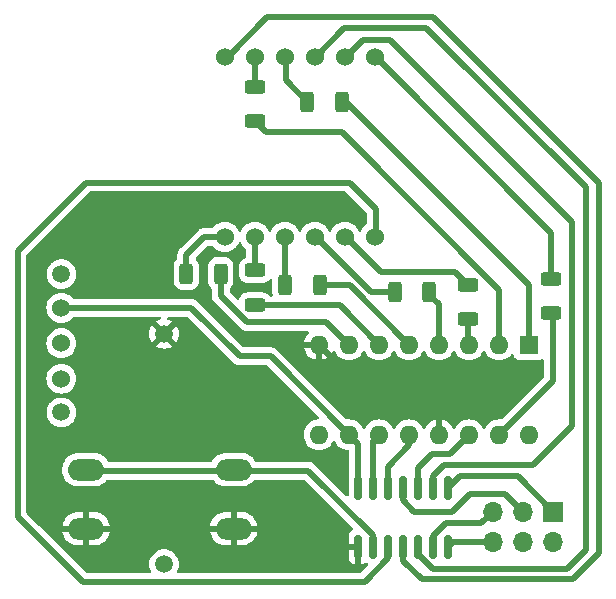
<source format=gbr>
G04 #@! TF.GenerationSoftware,KiCad,Pcbnew,7.0.9*
G04 #@! TF.CreationDate,2023-12-16T19:08:37+01:00*
G04 #@! TF.ProjectId,reactionGameBoard,72656163-7469-46f6-9e47-616d65426f61,rev?*
G04 #@! TF.SameCoordinates,PX243d580PY50343a0*
G04 #@! TF.FileFunction,Copper,L2,Bot*
G04 #@! TF.FilePolarity,Positive*
%FSLAX46Y46*%
G04 Gerber Fmt 4.6, Leading zero omitted, Abs format (unit mm)*
G04 Created by KiCad (PCBNEW 7.0.9) date 2023-12-16 19:08:37*
%MOMM*%
%LPD*%
G01*
G04 APERTURE LIST*
G04 Aperture macros list*
%AMRoundRect*
0 Rectangle with rounded corners*
0 $1 Rounding radius*
0 $2 $3 $4 $5 $6 $7 $8 $9 X,Y pos of 4 corners*
0 Add a 4 corners polygon primitive as box body*
4,1,4,$2,$3,$4,$5,$6,$7,$8,$9,$2,$3,0*
0 Add four circle primitives for the rounded corners*
1,1,$1+$1,$2,$3*
1,1,$1+$1,$4,$5*
1,1,$1+$1,$6,$7*
1,1,$1+$1,$8,$9*
0 Add four rect primitives between the rounded corners*
20,1,$1+$1,$2,$3,$4,$5,0*
20,1,$1+$1,$4,$5,$6,$7,0*
20,1,$1+$1,$6,$7,$8,$9,0*
20,1,$1+$1,$8,$9,$2,$3,0*%
G04 Aperture macros list end*
G04 #@! TA.AperFunction,ComponentPad*
%ADD10R,1.600000X1.600000*%
G04 #@! TD*
G04 #@! TA.AperFunction,ComponentPad*
%ADD11O,1.600000X1.600000*%
G04 #@! TD*
G04 #@! TA.AperFunction,ComponentPad*
%ADD12O,3.048000X1.850000*%
G04 #@! TD*
G04 #@! TA.AperFunction,ComponentPad*
%ADD13R,1.700000X1.700000*%
G04 #@! TD*
G04 #@! TA.AperFunction,ComponentPad*
%ADD14O,1.700000X1.700000*%
G04 #@! TD*
G04 #@! TA.AperFunction,ComponentPad*
%ADD15C,1.500000*%
G04 #@! TD*
G04 #@! TA.AperFunction,ComponentPad*
%ADD16C,1.524000*%
G04 #@! TD*
G04 #@! TA.AperFunction,SMDPad,CuDef*
%ADD17RoundRect,0.250000X0.312500X0.625000X-0.312500X0.625000X-0.312500X-0.625000X0.312500X-0.625000X0*%
G04 #@! TD*
G04 #@! TA.AperFunction,SMDPad,CuDef*
%ADD18RoundRect,0.250000X0.625000X-0.312500X0.625000X0.312500X-0.625000X0.312500X-0.625000X-0.312500X0*%
G04 #@! TD*
G04 #@! TA.AperFunction,SMDPad,CuDef*
%ADD19RoundRect,0.150000X-0.150000X0.825000X-0.150000X-0.825000X0.150000X-0.825000X0.150000X0.825000X0*%
G04 #@! TD*
G04 #@! TA.AperFunction,Conductor*
%ADD20C,0.500000*%
G04 #@! TD*
G04 #@! TA.AperFunction,Conductor*
%ADD21C,0.250000*%
G04 #@! TD*
G04 APERTURE END LIST*
D10*
G04 #@! TO.P,U2,1,QB*
G04 #@! TO.N,Net-(U2-QB)*
X45000000Y20972214D03*
D11*
G04 #@! TO.P,U2,2,QC*
G04 #@! TO.N,Net-(U2-QC)*
X42460000Y20972214D03*
G04 #@! TO.P,U2,3,QD*
G04 #@! TO.N,Net-(U2-QD)*
X39920000Y20972214D03*
G04 #@! TO.P,U2,4,QE*
G04 #@! TO.N,Net-(U2-QE)*
X37380000Y20972214D03*
G04 #@! TO.P,U2,5,QF*
G04 #@! TO.N,Net-(U2-QF)*
X34840000Y20972214D03*
G04 #@! TO.P,U2,6,QG*
G04 #@! TO.N,Net-(U2-QG)*
X32300000Y20972214D03*
G04 #@! TO.P,U2,7,QH*
G04 #@! TO.N,Net-(U2-QH)*
X29760000Y20972214D03*
G04 #@! TO.P,U2,8,GND*
G04 #@! TO.N,GND*
X27220000Y20972214D03*
G04 #@! TO.P,U2,9,QH'*
G04 #@! TO.N,unconnected-(U2-QH'-Pad9)*
X27220000Y13352214D03*
G04 #@! TO.P,U2,10,~{SRCLR}*
G04 #@! TO.N,+3V0*
X29760000Y13352214D03*
G04 #@! TO.P,U2,11,SRCLK*
G04 #@! TO.N,clock*
X32300000Y13352214D03*
G04 #@! TO.P,U2,12,RCLK*
G04 #@! TO.N,latch*
X34840000Y13352214D03*
G04 #@! TO.P,U2,13,~{OE}*
G04 #@! TO.N,GND*
X37380000Y13352214D03*
G04 #@! TO.P,U2,14,SER*
G04 #@! TO.N,data*
X39920000Y13352214D03*
G04 #@! TO.P,U2,15,QA*
G04 #@! TO.N,Net-(U2-QA)*
X42460000Y13352214D03*
G04 #@! TO.P,U2,16,VCC*
G04 #@! TO.N,+3V0*
X45000000Y13352214D03*
G04 #@! TD*
D12*
G04 #@! TO.P,SW1,1,1*
G04 #@! TO.N,PA0*
X7500000Y10400000D03*
X20000000Y10400000D03*
G04 #@! TO.P,SW1,2,2*
G04 #@! TO.N,GND*
X7500000Y5400000D03*
X20000000Y5400000D03*
G04 #@! TD*
D13*
G04 #@! TO.P,J3,1,Pin_1*
G04 #@! TO.N,MOSI*
X47040000Y6850000D03*
D14*
G04 #@! TO.P,J3,2,Pin_2*
G04 #@! TO.N,+3V0*
X47040000Y4310000D03*
G04 #@! TO.P,J3,3,Pin_3*
G04 #@! TO.N,reset*
X44500000Y6850000D03*
G04 #@! TO.P,J3,4,Pin_4*
G04 #@! TO.N,GND*
X44500000Y4310000D03*
G04 #@! TO.P,J3,5,Pin_5*
G04 #@! TO.N,SCK*
X41960000Y6850000D03*
G04 #@! TO.P,J3,6,Pin_6*
G04 #@! TO.N,MISO*
X41960000Y4310000D03*
G04 #@! TD*
D15*
G04 #@! TO.P,SW2,*
G04 #@! TO.N,*
X5400000Y15250000D03*
X5400000Y26950000D03*
D16*
G04 #@! TO.P,SW2,1,A*
G04 #@! TO.N,+3V0*
X5400000Y24100000D03*
G04 #@! TO.P,SW2,2,B*
G04 #@! TO.N,Net-(SW2A-B)*
X5400000Y21100000D03*
G04 #@! TO.P,SW2,3,C*
G04 #@! TO.N,unconnected-(SW2A-C-Pad3)*
X5400000Y18100000D03*
G04 #@! TD*
G04 #@! TO.P,DS1,1,E*
G04 #@! TO.N,E*
X19250000Y30100000D03*
G04 #@! TO.P,DS1,2,D*
G04 #@! TO.N,D*
X21790000Y30100000D03*
G04 #@! TO.P,DS1,3,Dp*
G04 #@! TO.N,Dp*
X24330000Y30100000D03*
G04 #@! TO.P,DS1,4,C*
G04 #@! TO.N,C*
X26870000Y30100000D03*
G04 #@! TO.P,DS1,5,G*
G04 #@! TO.N,G*
X29410000Y30100000D03*
G04 #@! TO.P,DS1,6,4*
G04 #@! TO.N,DP4*
X31950000Y30100000D03*
G04 #@! TO.P,DS1,7,B*
G04 #@! TO.N,B*
X31950000Y45340000D03*
G04 #@! TO.P,DS1,8,3*
G04 #@! TO.N,DP3*
X29410000Y45340000D03*
G04 #@! TO.P,DS1,9,2*
G04 #@! TO.N,DP2*
X26870000Y45340000D03*
G04 #@! TO.P,DS1,10,F*
G04 #@! TO.N,F*
X24330000Y45340000D03*
G04 #@! TO.P,DS1,11,A*
G04 #@! TO.N,A*
X21790000Y45340000D03*
G04 #@! TO.P,DS1,12,1*
G04 #@! TO.N,DP1*
X19250000Y45340000D03*
G04 #@! TD*
D17*
G04 #@! TO.P,R2,1*
G04 #@! TO.N,Net-(U2-QB)*
X29162500Y41500000D03*
G04 #@! TO.P,R2,2*
G04 #@! TO.N,F*
X26237500Y41500000D03*
G04 #@! TD*
D18*
G04 #@! TO.P,R4,1*
G04 #@! TO.N,Net-(U2-QD)*
X39800000Y23137500D03*
G04 #@! TO.P,R4,2*
G04 #@! TO.N,G*
X39800000Y26062500D03*
G04 #@! TD*
D19*
G04 #@! TO.P,U1,1,VCC*
G04 #@! TO.N,+3V0*
X30513774Y8800000D03*
G04 #@! TO.P,U1,2,XTAL1/PB0*
G04 #@! TO.N,clock*
X31783774Y8800000D03*
G04 #@! TO.P,U1,3,XTAL2/PB1*
G04 #@! TO.N,latch*
X33053774Y8800000D03*
G04 #@! TO.P,U1,4,~{RESET}/PB3*
G04 #@! TO.N,reset*
X34323774Y8800000D03*
G04 #@! TO.P,U1,5,PB2*
G04 #@! TO.N,data*
X35593774Y8800000D03*
G04 #@! TO.P,U1,6,PA7*
G04 #@! TO.N,DP3*
X36863774Y8800000D03*
G04 #@! TO.P,U1,7,PA6*
G04 #@! TO.N,MOSI*
X38133774Y8800000D03*
G04 #@! TO.P,U1,8,PA5*
G04 #@! TO.N,MISO*
X38133774Y3850000D03*
G04 #@! TO.P,U1,9,PA4*
G04 #@! TO.N,SCK*
X36863774Y3850000D03*
G04 #@! TO.P,U1,10,PA3*
G04 #@! TO.N,DP2*
X35593774Y3850000D03*
G04 #@! TO.P,U1,11,PA2*
G04 #@! TO.N,DP1*
X34323774Y3850000D03*
G04 #@! TO.P,U1,12,PA1*
G04 #@! TO.N,DP4*
X33053774Y3850000D03*
G04 #@! TO.P,U1,13,AREF/PA0*
G04 #@! TO.N,PA0*
X31783774Y3850000D03*
G04 #@! TO.P,U1,14,GND*
G04 #@! TO.N,GND*
X30513774Y3850000D03*
G04 #@! TD*
D17*
G04 #@! TO.P,R5,1*
G04 #@! TO.N,Net-(U2-QE)*
X36562500Y25400000D03*
G04 #@! TO.P,R5,2*
G04 #@! TO.N,C*
X33637500Y25400000D03*
G04 #@! TD*
D18*
G04 #@! TO.P,R7,1*
G04 #@! TO.N,Net-(U2-QG)*
X21800000Y24337500D03*
G04 #@! TO.P,R7,2*
G04 #@! TO.N,D*
X21800000Y27262500D03*
G04 #@! TD*
G04 #@! TO.P,R1,1*
G04 #@! TO.N,Net-(U2-QA)*
X46900000Y23637500D03*
G04 #@! TO.P,R1,2*
G04 #@! TO.N,B*
X46900000Y26562500D03*
G04 #@! TD*
G04 #@! TO.P,R3,1*
G04 #@! TO.N,Net-(U2-QC)*
X21813774Y39875000D03*
G04 #@! TO.P,R3,2*
G04 #@! TO.N,A*
X21813774Y42800000D03*
G04 #@! TD*
D17*
G04 #@! TO.P,R6,1*
G04 #@! TO.N,Net-(U2-QF)*
X27262500Y26000000D03*
G04 #@! TO.P,R6,2*
G04 #@! TO.N,Dp*
X24337500Y26000000D03*
G04 #@! TD*
G04 #@! TO.P,R8,1*
G04 #@! TO.N,Net-(U2-QH)*
X18900000Y27000000D03*
G04 #@! TO.P,R8,2*
G04 #@! TO.N,E*
X15975000Y27000000D03*
G04 #@! TD*
D15*
G04 #@! TO.P,B1,1*
G04 #@! TO.N,GND*
X14100000Y21900000D03*
G04 #@! TO.P,B1,2*
G04 #@! TO.N,Net-(SW2A-B)*
X14100000Y2400000D03*
G04 #@! TD*
D20*
G04 #@! TO.N,DP2*
X26923774Y45352214D02*
X29371560Y47800000D01*
X49800000Y3600000D02*
X48200000Y2000000D01*
X29371560Y47800000D02*
X36300000Y47800000D01*
X36300000Y47800000D02*
X49800000Y34300000D01*
X35593774Y3292316D02*
X35593774Y3850000D01*
X49800000Y34300000D02*
X49800000Y3600000D01*
X48200000Y2000000D02*
X36886090Y2000000D01*
X36886090Y2000000D02*
X35593774Y3292316D01*
G04 #@! TO.N,DP3*
X29463774Y45352214D02*
X30911560Y46800000D01*
X33200000Y46800000D02*
X48600000Y31400000D01*
X30911560Y46800000D02*
X33200000Y46800000D01*
X37800000Y10800000D02*
X36863774Y9863774D01*
X48600000Y31400000D02*
X48600000Y14100000D01*
X48600000Y14100000D02*
X45300000Y10800000D01*
X45300000Y10800000D02*
X37800000Y10800000D01*
X36863774Y9863774D02*
X36863774Y8800000D01*
G04 #@! TO.N,E*
X15975000Y28575000D02*
X17500000Y30100000D01*
X15975000Y27000000D02*
X15975000Y28575000D01*
X17500000Y30100000D02*
X19303774Y30100000D01*
G04 #@! TO.N,D*
X21800000Y27262500D02*
X21800000Y30056226D01*
X21800000Y30056226D02*
X21843774Y30100000D01*
X21813774Y30142214D02*
X21843774Y30112214D01*
G04 #@! TO.N,Dp*
X24337500Y30053726D02*
X24383774Y30100000D01*
X24337500Y26000000D02*
X24337500Y30053726D01*
G04 #@! TO.N,C*
X26900000Y30135988D02*
X26923774Y30112214D01*
X33637500Y25200000D02*
X33637500Y25400000D01*
X31623774Y25400000D02*
X26923774Y30100000D01*
X33637500Y25400000D02*
X31623774Y25400000D01*
G04 #@! TO.N,G*
X39800000Y26062500D02*
X38762500Y27100000D01*
X32463774Y27100000D02*
X29463774Y30100000D01*
X38762500Y27100000D02*
X32463774Y27100000D01*
G04 #@! TO.N,DP4*
X1700000Y6400000D02*
X1700000Y28900000D01*
X1700000Y28900000D02*
X7500000Y34700000D01*
X7500000Y34700000D02*
X29800000Y34700000D01*
X29800000Y34700000D02*
X32003774Y32496226D01*
X32003774Y32496226D02*
X32003774Y30100000D01*
X31078773Y900000D02*
X7200000Y900000D01*
X33053774Y3850000D02*
X33053774Y2875001D01*
X33053774Y2875001D02*
X31078773Y900000D01*
X7200000Y900000D02*
X1700000Y6400000D01*
G04 #@! TO.N,B*
X31813774Y45162214D02*
X32003774Y45352214D01*
D21*
X32000000Y45336226D02*
X32003774Y45340000D01*
D20*
X46900000Y30436226D02*
X32000000Y45336226D01*
X46900000Y26562500D02*
X46900000Y30436226D01*
G04 #@! TO.N,F*
X24313774Y45282214D02*
X24383774Y45352214D01*
X24383774Y45340000D02*
X24383774Y43353726D01*
X24383774Y43353726D02*
X26237500Y41500000D01*
G04 #@! TO.N,A*
X21813774Y42757214D02*
X21813774Y45322214D01*
X21813774Y45322214D02*
X21843774Y45352214D01*
G04 #@! TO.N,DP1*
X50900000Y3300000D02*
X50900000Y34700000D01*
X34323774Y3850000D02*
X34323774Y2676226D01*
X35900000Y1100000D02*
X48700000Y1100000D01*
X34323774Y2676226D02*
X35900000Y1100000D01*
X36900000Y48700000D02*
X22837786Y48700000D01*
X22837786Y48700000D02*
X19490000Y45352214D01*
X50900000Y34700000D02*
X36900000Y48700000D01*
X48700000Y1100000D02*
X50900000Y3300000D01*
G04 #@! TO.N,MOSI*
X39183774Y9850000D02*
X38133774Y8800000D01*
X44040000Y9850000D02*
X39183774Y9850000D01*
X47040000Y6850000D02*
X44040000Y9850000D01*
G04 #@! TO.N,GND*
X31592214Y16600000D02*
X27220000Y20972214D01*
X37380000Y13352214D02*
X37380000Y14720000D01*
X37380000Y14720000D02*
X35500000Y16600000D01*
X35500000Y16600000D02*
X31592214Y16600000D01*
G04 #@! TO.N,+3V0*
X20500000Y20000000D02*
X23112214Y20000000D01*
X5400000Y24100000D02*
X16400000Y24100000D01*
X30513774Y8800000D02*
X30513774Y12598440D01*
X30573774Y8860000D02*
X30513774Y8800000D01*
X16400000Y24100000D02*
X20500000Y20000000D01*
X23112214Y20000000D02*
X29760000Y13352214D01*
X30513774Y12598440D02*
X29760000Y13352214D01*
G04 #@! TO.N,MISO*
X41960000Y4310000D02*
X38593774Y4310000D01*
X38593774Y4310000D02*
X38133774Y3850000D01*
G04 #@! TO.N,SCK*
X40960000Y5850000D02*
X41960000Y6850000D01*
X36863774Y3850000D02*
X36863774Y4769387D01*
X36863774Y4769387D02*
X37944387Y5850000D01*
X37944387Y5850000D02*
X40960000Y5850000D01*
G04 #@! TO.N,reset*
X34323774Y7825001D02*
X34323774Y8800000D01*
X44500000Y6850000D02*
X43000000Y8350000D01*
X43000000Y8350000D02*
X40000000Y8350000D01*
X38500000Y6850000D02*
X35298775Y6850000D01*
X40000000Y8350000D02*
X38500000Y6850000D01*
X35298775Y6850000D02*
X34323774Y7825001D01*
G04 #@! TO.N,Net-(U2-QA)*
X47000000Y17892214D02*
X47000000Y23537500D01*
X47000000Y23537500D02*
X46900000Y23637500D01*
X42460000Y13352214D02*
X47000000Y17892214D01*
G04 #@! TO.N,Net-(U2-QB)*
X45000000Y26000000D02*
X45000000Y20972214D01*
X29162500Y41500000D02*
X29500000Y41500000D01*
X29500000Y41500000D02*
X45000000Y26000000D01*
G04 #@! TO.N,Net-(U2-QC)*
X21813774Y39875000D02*
X22713774Y38975000D01*
X22713774Y38975000D02*
X29125000Y38975000D01*
X42460000Y25640000D02*
X42460000Y20972214D01*
X29125000Y38975000D02*
X42460000Y25640000D01*
G04 #@! TO.N,Net-(U2-QD)*
X39800000Y21092214D02*
X39920000Y20972214D01*
X39800000Y23137500D02*
X39800000Y21092214D01*
G04 #@! TO.N,Net-(U2-QE)*
X37380000Y20972214D02*
X37380000Y24382500D01*
X37380000Y24382500D02*
X36562500Y25200000D01*
G04 #@! TO.N,Net-(U2-QF)*
X34840000Y20972214D02*
X29812214Y26000000D01*
X29812214Y26000000D02*
X27262500Y26000000D01*
G04 #@! TO.N,Net-(U2-QG)*
X21800000Y24337500D02*
X21837500Y24300000D01*
X28972214Y24300000D02*
X32300000Y20972214D01*
X21837500Y24300000D02*
X28972214Y24300000D01*
G04 #@! TO.N,Net-(U2-QH)*
X21100000Y22900000D02*
X18900000Y25100000D01*
X29760000Y20972214D02*
X27832214Y22900000D01*
X18900000Y25100000D02*
X18900000Y27000000D01*
X27832214Y22900000D02*
X21100000Y22900000D01*
G04 #@! TO.N,PA0*
X26308773Y10300000D02*
X31783774Y4824999D01*
X31783774Y4824999D02*
X31783774Y3850000D01*
X7600000Y10300000D02*
X26308773Y10300000D01*
X7500000Y10400000D02*
X7600000Y10300000D01*
G04 #@! TO.N,data*
X36800000Y11700000D02*
X38267786Y11700000D01*
X35593774Y8800000D02*
X35593774Y10493774D01*
X38267786Y11700000D02*
X39920000Y13352214D01*
X35593774Y10493774D02*
X36800000Y11700000D01*
G04 #@! TO.N,clock*
X31800000Y8816226D02*
X31800000Y12852214D01*
X31800000Y12852214D02*
X32300000Y13352214D01*
X31783774Y8800000D02*
X31800000Y8816226D01*
G04 #@! TO.N,latch*
X33053774Y8800000D02*
X33053774Y10653774D01*
X34840000Y12440000D02*
X34840000Y13352214D01*
X33053774Y10653774D02*
X34840000Y12440000D01*
G04 #@! TD*
G04 #@! TA.AperFunction,Conductor*
G04 #@! TO.N,GND*
G36*
X29504809Y33929815D02*
G01*
X29525451Y33913181D01*
X31216955Y32221677D01*
X31250440Y32160354D01*
X31253274Y32133996D01*
X31253274Y31217927D01*
X31233589Y31150888D01*
X31200398Y31116352D01*
X31135375Y31070823D01*
X30979175Y30914623D01*
X30852466Y30733662D01*
X30852465Y30733660D01*
X30792382Y30604811D01*
X30746209Y30552372D01*
X30679016Y30533220D01*
X30612135Y30553436D01*
X30567618Y30604811D01*
X30531321Y30682650D01*
X30507534Y30733661D01*
X30425558Y30850736D01*
X30380827Y30914619D01*
X30320833Y30974613D01*
X30224620Y31070826D01*
X30224616Y31070829D01*
X30224615Y31070830D01*
X30043666Y31197532D01*
X30043662Y31197534D01*
X29999929Y31217927D01*
X29843450Y31290894D01*
X29843447Y31290895D01*
X29843445Y31290896D01*
X29630070Y31348070D01*
X29630062Y31348071D01*
X29410002Y31367323D01*
X29409998Y31367323D01*
X29189937Y31348071D01*
X29189929Y31348070D01*
X28976554Y31290896D01*
X28976548Y31290893D01*
X28776340Y31197535D01*
X28776338Y31197534D01*
X28595377Y31070825D01*
X28439175Y30914623D01*
X28312466Y30733662D01*
X28312465Y30733660D01*
X28252382Y30604811D01*
X28206209Y30552372D01*
X28139016Y30533220D01*
X28072135Y30553436D01*
X28027618Y30604811D01*
X27991321Y30682650D01*
X27967534Y30733661D01*
X27885558Y30850736D01*
X27840827Y30914619D01*
X27780833Y30974613D01*
X27684620Y31070826D01*
X27684616Y31070829D01*
X27684615Y31070830D01*
X27503666Y31197532D01*
X27503662Y31197534D01*
X27459929Y31217927D01*
X27303450Y31290894D01*
X27303447Y31290895D01*
X27303445Y31290896D01*
X27090070Y31348070D01*
X27090062Y31348071D01*
X26870002Y31367323D01*
X26869998Y31367323D01*
X26649937Y31348071D01*
X26649929Y31348070D01*
X26436554Y31290896D01*
X26436548Y31290893D01*
X26236340Y31197535D01*
X26236338Y31197534D01*
X26055377Y31070825D01*
X25899175Y30914623D01*
X25772466Y30733662D01*
X25772465Y30733660D01*
X25712382Y30604811D01*
X25666209Y30552372D01*
X25599016Y30533220D01*
X25532135Y30553436D01*
X25487618Y30604811D01*
X25451321Y30682650D01*
X25427534Y30733661D01*
X25345558Y30850736D01*
X25300827Y30914619D01*
X25240833Y30974613D01*
X25144620Y31070826D01*
X25144616Y31070829D01*
X25144615Y31070830D01*
X24963666Y31197532D01*
X24963662Y31197534D01*
X24919929Y31217927D01*
X24763450Y31290894D01*
X24763447Y31290895D01*
X24763445Y31290896D01*
X24550070Y31348070D01*
X24550062Y31348071D01*
X24330002Y31367323D01*
X24329998Y31367323D01*
X24109937Y31348071D01*
X24109929Y31348070D01*
X23896554Y31290896D01*
X23896548Y31290893D01*
X23696340Y31197535D01*
X23696338Y31197534D01*
X23515377Y31070825D01*
X23359175Y30914623D01*
X23232466Y30733662D01*
X23232465Y30733660D01*
X23172382Y30604811D01*
X23126209Y30552372D01*
X23059016Y30533220D01*
X22992135Y30553436D01*
X22947618Y30604811D01*
X22911321Y30682650D01*
X22887534Y30733661D01*
X22805558Y30850736D01*
X22760827Y30914619D01*
X22700833Y30974613D01*
X22604620Y31070826D01*
X22604616Y31070829D01*
X22604615Y31070830D01*
X22423666Y31197532D01*
X22423662Y31197534D01*
X22379929Y31217927D01*
X22223450Y31290894D01*
X22223447Y31290895D01*
X22223445Y31290896D01*
X22010070Y31348070D01*
X22010062Y31348071D01*
X21790002Y31367323D01*
X21789998Y31367323D01*
X21569937Y31348071D01*
X21569929Y31348070D01*
X21356554Y31290896D01*
X21356548Y31290893D01*
X21156340Y31197535D01*
X21156338Y31197534D01*
X20975377Y31070825D01*
X20819175Y30914623D01*
X20692466Y30733662D01*
X20692465Y30733660D01*
X20632382Y30604811D01*
X20586209Y30552372D01*
X20519016Y30533220D01*
X20452135Y30553436D01*
X20407618Y30604811D01*
X20371321Y30682650D01*
X20347534Y30733661D01*
X20265558Y30850736D01*
X20220827Y30914619D01*
X20160833Y30974613D01*
X20064620Y31070826D01*
X20064616Y31070829D01*
X20064615Y31070830D01*
X19883666Y31197532D01*
X19883662Y31197534D01*
X19839929Y31217927D01*
X19683450Y31290894D01*
X19683447Y31290895D01*
X19683445Y31290896D01*
X19470070Y31348070D01*
X19470062Y31348071D01*
X19250002Y31367323D01*
X19249998Y31367323D01*
X19029937Y31348071D01*
X19029929Y31348070D01*
X18816554Y31290896D01*
X18816548Y31290893D01*
X18616340Y31197535D01*
X18616338Y31197534D01*
X18435377Y31070825D01*
X18279173Y30914621D01*
X18271300Y30903376D01*
X18216723Y30859751D01*
X18169726Y30850500D01*
X17563705Y30850500D01*
X17545735Y30851809D01*
X17521972Y30855290D01*
X17476533Y30851314D01*
X17469931Y30850736D01*
X17464530Y30850500D01*
X17456289Y30850500D01*
X17434579Y30847963D01*
X17423724Y30846694D01*
X17408419Y30845355D01*
X17347199Y30839999D01*
X17340132Y30838540D01*
X17340120Y30838596D01*
X17332763Y30836965D01*
X17332777Y30836908D01*
X17325743Y30835241D01*
X17253575Y30808975D01*
X17180675Y30784819D01*
X17174126Y30781764D01*
X17174101Y30781817D01*
X17167308Y30778529D01*
X17167334Y30778477D01*
X17160880Y30775236D01*
X17096708Y30733029D01*
X17031347Y30692715D01*
X17025683Y30688235D01*
X17025647Y30688281D01*
X17019798Y30683516D01*
X17019835Y30683472D01*
X17014310Y30678836D01*
X16961598Y30622966D01*
X15489358Y29150728D01*
X15475729Y29138949D01*
X15456468Y29124610D01*
X15422898Y29084603D01*
X15419253Y29080624D01*
X15413409Y29074778D01*
X15393059Y29049041D01*
X15343695Y28990211D01*
X15339729Y28984181D01*
X15339682Y28984212D01*
X15335630Y28977853D01*
X15335679Y28977823D01*
X15331889Y28971679D01*
X15299424Y28902059D01*
X15264960Y28833434D01*
X15262488Y28826643D01*
X15262432Y28826664D01*
X15259960Y28819550D01*
X15260015Y28819531D01*
X15257742Y28812673D01*
X15249975Y28775054D01*
X15242207Y28737435D01*
X15231746Y28693294D01*
X15224498Y28662714D01*
X15223661Y28655546D01*
X15223601Y28655553D01*
X15222835Y28648055D01*
X15222895Y28648049D01*
X15222265Y28640860D01*
X15224500Y28564084D01*
X15224500Y28299730D01*
X15204815Y28232691D01*
X15188181Y28212049D01*
X15069789Y28093658D01*
X14977687Y27944337D01*
X14977685Y27944332D01*
X14961117Y27894332D01*
X14922501Y27777797D01*
X14922501Y27777796D01*
X14922500Y27777796D01*
X14912000Y27675017D01*
X14912000Y26324999D01*
X14912001Y26324982D01*
X14922500Y26222204D01*
X14922501Y26222201D01*
X14958790Y26112691D01*
X14977686Y26055666D01*
X15069788Y25906344D01*
X15193844Y25782288D01*
X15343166Y25690186D01*
X15509703Y25635001D01*
X15612491Y25624500D01*
X16337508Y25624501D01*
X16337516Y25624502D01*
X16337519Y25624502D01*
X16393802Y25630252D01*
X16440297Y25635001D01*
X16606834Y25690186D01*
X16756156Y25782288D01*
X16880212Y25906344D01*
X16972314Y26055666D01*
X17027499Y26222203D01*
X17038000Y26324991D01*
X17037999Y27675008D01*
X17035367Y27700769D01*
X17027499Y27777797D01*
X17027498Y27777800D01*
X17004776Y27846370D01*
X16972314Y27944334D01*
X16880212Y28093656D01*
X16805298Y28168570D01*
X16771813Y28229893D01*
X16776797Y28299585D01*
X16805296Y28343930D01*
X17774548Y29313181D01*
X17835871Y29346666D01*
X17862229Y29349500D01*
X18169726Y29349500D01*
X18236765Y29329815D01*
X18271300Y29296624D01*
X18279171Y29285383D01*
X18279173Y29285381D01*
X18279174Y29285380D01*
X18435380Y29129174D01*
X18435383Y29129172D01*
X18435384Y29129171D01*
X18616333Y29002469D01*
X18616335Y29002468D01*
X18616338Y29002466D01*
X18816550Y28909106D01*
X19029932Y28851930D01*
X19187123Y28838178D01*
X19249998Y28832677D01*
X19250000Y28832677D01*
X19250002Y28832677D01*
X19305017Y28837491D01*
X19470068Y28851930D01*
X19683450Y28909106D01*
X19883662Y29002466D01*
X20064620Y29129174D01*
X20220826Y29285380D01*
X20347534Y29466338D01*
X20407618Y29595189D01*
X20453790Y29647629D01*
X20520983Y29666781D01*
X20587865Y29646565D01*
X20632382Y29595189D01*
X20692464Y29466342D01*
X20692468Y29466334D01*
X20819170Y29285385D01*
X20819174Y29285380D01*
X20975380Y29129174D01*
X20996622Y29114300D01*
X21040247Y29059726D01*
X21049500Y29012725D01*
X21049500Y28413586D01*
X21029815Y28346547D01*
X20977011Y28300792D01*
X20964505Y28295880D01*
X20855666Y28259814D01*
X20855663Y28259813D01*
X20706342Y28167711D01*
X20582289Y28043658D01*
X20490187Y27894337D01*
X20490185Y27894332D01*
X20469793Y27832793D01*
X20435001Y27727797D01*
X20435001Y27727796D01*
X20435000Y27727796D01*
X20424500Y27625017D01*
X20424500Y26899999D01*
X20424501Y26899981D01*
X20435000Y26797204D01*
X20435001Y26797201D01*
X20490185Y26630669D01*
X20490187Y26630664D01*
X20508648Y26600734D01*
X20582288Y26481344D01*
X20706344Y26357288D01*
X20855666Y26265186D01*
X21022203Y26210001D01*
X21124991Y26199500D01*
X22475008Y26199501D01*
X22577797Y26210001D01*
X22744334Y26265186D01*
X22893656Y26357288D01*
X23017712Y26481344D01*
X23044962Y26525525D01*
X23096908Y26572248D01*
X23165870Y26583471D01*
X23229953Y26555628D01*
X23268809Y26497560D01*
X23274500Y26460427D01*
X23274500Y25324999D01*
X23274501Y25324982D01*
X23285000Y25222204D01*
X23285001Y25222203D01*
X23287884Y25213502D01*
X23290284Y25143674D01*
X23254552Y25083632D01*
X23192031Y25052441D01*
X23170177Y25050500D01*
X23128958Y25050500D01*
X23061919Y25070185D01*
X23023420Y25109402D01*
X23017712Y25118656D01*
X22893657Y25242711D01*
X22893656Y25242712D01*
X22794084Y25304128D01*
X22744336Y25334813D01*
X22744331Y25334815D01*
X22704327Y25348071D01*
X22577797Y25389999D01*
X22577795Y25390000D01*
X22475010Y25400500D01*
X21124998Y25400500D01*
X21124981Y25400499D01*
X21022203Y25390000D01*
X21022200Y25389999D01*
X20855668Y25334815D01*
X20855663Y25334813D01*
X20706342Y25242711D01*
X20582289Y25118658D01*
X20490187Y24969337D01*
X20490186Y24969334D01*
X20454323Y24861108D01*
X20414550Y24803663D01*
X20350033Y24776841D01*
X20281258Y24789156D01*
X20248936Y24812432D01*
X19686819Y25374549D01*
X19653334Y25435872D01*
X19650500Y25462230D01*
X19650500Y25700270D01*
X19670185Y25767309D01*
X19686819Y25787951D01*
X19743902Y25845034D01*
X19805212Y25906344D01*
X19897314Y26055666D01*
X19952499Y26222203D01*
X19963000Y26324991D01*
X19962999Y27675008D01*
X19960367Y27700769D01*
X19952499Y27777797D01*
X19952498Y27777800D01*
X19929776Y27846370D01*
X19897314Y27944334D01*
X19805212Y28093656D01*
X19681156Y28217712D01*
X19531834Y28309814D01*
X19365297Y28364999D01*
X19365295Y28365000D01*
X19262510Y28375500D01*
X18537498Y28375500D01*
X18537480Y28375499D01*
X18434703Y28365000D01*
X18434700Y28364999D01*
X18268168Y28309815D01*
X18268163Y28309813D01*
X18118842Y28217711D01*
X17994789Y28093658D01*
X17902687Y27944337D01*
X17902685Y27944332D01*
X17886117Y27894332D01*
X17847501Y27777797D01*
X17847501Y27777796D01*
X17847500Y27777796D01*
X17837000Y27675017D01*
X17837000Y26324999D01*
X17837001Y26324982D01*
X17847500Y26222204D01*
X17847501Y26222201D01*
X17883790Y26112691D01*
X17902686Y26055666D01*
X17977588Y25934229D01*
X17994789Y25906343D01*
X18113181Y25787951D01*
X18146666Y25726628D01*
X18149500Y25700270D01*
X18149500Y25163706D01*
X18148191Y25145737D01*
X18144710Y25121975D01*
X18149264Y25069936D01*
X18149500Y25064530D01*
X18149500Y25056291D01*
X18153306Y25023726D01*
X18160000Y24947209D01*
X18161461Y24940133D01*
X18161403Y24940122D01*
X18163034Y24932763D01*
X18163092Y24932776D01*
X18164757Y24925750D01*
X18191025Y24853576D01*
X18215185Y24780669D01*
X18218236Y24774126D01*
X18218182Y24774102D01*
X18221470Y24767312D01*
X18221521Y24767337D01*
X18224761Y24760887D01*
X18224762Y24760886D01*
X18224763Y24760883D01*
X18254817Y24715187D01*
X18266965Y24696717D01*
X18307287Y24631345D01*
X18311766Y24625681D01*
X18311719Y24625644D01*
X18316482Y24619798D01*
X18316528Y24619836D01*
X18321173Y24614300D01*
X18377017Y24561615D01*
X20524270Y22414362D01*
X20536051Y22400730D01*
X20550388Y22381472D01*
X20590409Y22347889D01*
X20594397Y22344234D01*
X20600216Y22338415D01*
X20600220Y22338412D01*
X20600223Y22338409D01*
X20625959Y22318060D01*
X20684786Y22268698D01*
X20684787Y22268698D01*
X20684789Y22268696D01*
X20690818Y22264730D01*
X20690785Y22264681D01*
X20697147Y22260628D01*
X20697179Y22260679D01*
X20703319Y22256892D01*
X20703323Y22256889D01*
X20736095Y22241607D01*
X20772941Y22224425D01*
X20826484Y22197535D01*
X20841567Y22189960D01*
X20841569Y22189960D01*
X20848357Y22187489D01*
X20848336Y22187433D01*
X20855457Y22184957D01*
X20855476Y22185014D01*
X20862322Y22182746D01*
X20862327Y22182743D01*
X20862332Y22182742D01*
X20862335Y22182741D01*
X20937565Y22167208D01*
X21012279Y22149500D01*
X21012282Y22149500D01*
X21012286Y22149499D01*
X21019453Y22148661D01*
X21019446Y22148602D01*
X21026944Y22147836D01*
X21026950Y22147895D01*
X21034139Y22147266D01*
X21034143Y22147267D01*
X21034144Y22147266D01*
X21110917Y22149500D01*
X26259446Y22149500D01*
X26326485Y22129815D01*
X26372240Y22077011D01*
X26382184Y22007853D01*
X26353159Y21944297D01*
X26347127Y21937819D01*
X26220342Y21811035D01*
X26089865Y21624697D01*
X25993734Y21418541D01*
X25993730Y21418532D01*
X25941127Y21222215D01*
X25941128Y21222214D01*
X26904314Y21222214D01*
X26892359Y21210259D01*
X26834835Y21097362D01*
X26815014Y20972214D01*
X26834835Y20847066D01*
X26892359Y20734169D01*
X26904314Y20722214D01*
X25941128Y20722214D01*
X25993730Y20525897D01*
X25993734Y20525888D01*
X26089865Y20319732D01*
X26220342Y20133394D01*
X26381179Y19972557D01*
X26567517Y19842080D01*
X26773673Y19745949D01*
X26773682Y19745945D01*
X26969999Y19693342D01*
X26970000Y19693343D01*
X26970000Y20656528D01*
X26981955Y20644573D01*
X27094852Y20587049D01*
X27188519Y20572214D01*
X27251481Y20572214D01*
X27345148Y20587049D01*
X27458045Y20644573D01*
X27470000Y20656528D01*
X27470000Y19693342D01*
X27666317Y19745945D01*
X27666326Y19745949D01*
X27872482Y19842080D01*
X28058820Y19972557D01*
X28219657Y20133394D01*
X28350132Y20319730D01*
X28377341Y20378080D01*
X28423513Y20430519D01*
X28490707Y20449672D01*
X28557588Y20429457D01*
X28602106Y20378081D01*
X28629431Y20319482D01*
X28629432Y20319480D01*
X28759954Y20133073D01*
X28920858Y19972169D01*
X28920861Y19972167D01*
X29107266Y19841646D01*
X29313504Y19745475D01*
X29533308Y19686579D01*
X29695230Y19672413D01*
X29759998Y19666746D01*
X29760000Y19666746D01*
X29760002Y19666746D01*
X29816807Y19671716D01*
X29986692Y19686579D01*
X30206496Y19745475D01*
X30412734Y19841646D01*
X30599139Y19972167D01*
X30760047Y20133075D01*
X30890568Y20319480D01*
X30917618Y20377490D01*
X30963790Y20429929D01*
X31030983Y20449081D01*
X31097865Y20428866D01*
X31142382Y20377489D01*
X31169429Y20319486D01*
X31169432Y20319480D01*
X31299954Y20133073D01*
X31460858Y19972169D01*
X31460861Y19972167D01*
X31647266Y19841646D01*
X31853504Y19745475D01*
X32073308Y19686579D01*
X32235230Y19672413D01*
X32299998Y19666746D01*
X32300000Y19666746D01*
X32300002Y19666746D01*
X32356807Y19671716D01*
X32526692Y19686579D01*
X32746496Y19745475D01*
X32952734Y19841646D01*
X33139139Y19972167D01*
X33300047Y20133075D01*
X33430568Y20319480D01*
X33457618Y20377490D01*
X33503790Y20429929D01*
X33570983Y20449081D01*
X33637865Y20428866D01*
X33682382Y20377489D01*
X33709429Y20319486D01*
X33709432Y20319480D01*
X33839954Y20133073D01*
X34000858Y19972169D01*
X34000861Y19972167D01*
X34187266Y19841646D01*
X34393504Y19745475D01*
X34613308Y19686579D01*
X34775230Y19672413D01*
X34839998Y19666746D01*
X34840000Y19666746D01*
X34840002Y19666746D01*
X34896807Y19671716D01*
X35066692Y19686579D01*
X35286496Y19745475D01*
X35492734Y19841646D01*
X35679139Y19972167D01*
X35840047Y20133075D01*
X35970568Y20319480D01*
X35997618Y20377490D01*
X36043790Y20429929D01*
X36110983Y20449081D01*
X36177865Y20428866D01*
X36222382Y20377489D01*
X36249429Y20319486D01*
X36249432Y20319480D01*
X36379954Y20133073D01*
X36540858Y19972169D01*
X36540861Y19972167D01*
X36727266Y19841646D01*
X36933504Y19745475D01*
X37153308Y19686579D01*
X37315230Y19672413D01*
X37379998Y19666746D01*
X37380000Y19666746D01*
X37380002Y19666746D01*
X37436807Y19671716D01*
X37606692Y19686579D01*
X37826496Y19745475D01*
X38032734Y19841646D01*
X38219139Y19972167D01*
X38380047Y20133075D01*
X38510568Y20319480D01*
X38537618Y20377490D01*
X38583790Y20429929D01*
X38650983Y20449081D01*
X38717865Y20428866D01*
X38762382Y20377489D01*
X38789429Y20319486D01*
X38789432Y20319480D01*
X38919954Y20133073D01*
X39080858Y19972169D01*
X39080861Y19972167D01*
X39267266Y19841646D01*
X39473504Y19745475D01*
X39693308Y19686579D01*
X39855230Y19672413D01*
X39919998Y19666746D01*
X39920000Y19666746D01*
X39920002Y19666746D01*
X39976807Y19671716D01*
X40146692Y19686579D01*
X40366496Y19745475D01*
X40572734Y19841646D01*
X40759139Y19972167D01*
X40920047Y20133075D01*
X41050568Y20319480D01*
X41077618Y20377490D01*
X41123790Y20429929D01*
X41190983Y20449081D01*
X41257865Y20428866D01*
X41302382Y20377489D01*
X41329429Y20319486D01*
X41329432Y20319480D01*
X41459954Y20133073D01*
X41620858Y19972169D01*
X41620861Y19972167D01*
X41807266Y19841646D01*
X42013504Y19745475D01*
X42233308Y19686579D01*
X42395230Y19672413D01*
X42459998Y19666746D01*
X42460000Y19666746D01*
X42460002Y19666746D01*
X42516807Y19671716D01*
X42686692Y19686579D01*
X42906496Y19745475D01*
X43112734Y19841646D01*
X43299139Y19972167D01*
X43460047Y20133075D01*
X43477272Y20157675D01*
X43531848Y20201301D01*
X43601346Y20208496D01*
X43663701Y20176975D01*
X43699116Y20116746D01*
X43702138Y20099808D01*
X43705908Y20064731D01*
X43756202Y19929886D01*
X43756206Y19929879D01*
X43842452Y19814670D01*
X43842455Y19814667D01*
X43957664Y19728421D01*
X43957671Y19728417D01*
X44092517Y19678123D01*
X44092516Y19678123D01*
X44099444Y19677379D01*
X44152127Y19671714D01*
X45847872Y19671715D01*
X45907483Y19678123D01*
X46042331Y19728418D01*
X46051186Y19735048D01*
X46116649Y19759467D01*
X46184923Y19744618D01*
X46234330Y19695214D01*
X46249500Y19635783D01*
X46249500Y18254445D01*
X46229815Y18187406D01*
X46213181Y18166764D01*
X42725348Y14678932D01*
X42664025Y14645447D01*
X42626861Y14643085D01*
X42460003Y14657682D01*
X42459998Y14657682D01*
X42233313Y14637850D01*
X42233302Y14637848D01*
X42013511Y14578956D01*
X42013502Y14578953D01*
X41807267Y14482783D01*
X41807265Y14482782D01*
X41620858Y14352260D01*
X41459954Y14191356D01*
X41329432Y14004949D01*
X41329431Y14004947D01*
X41302382Y13946939D01*
X41256209Y13894500D01*
X41189016Y13875348D01*
X41122135Y13895564D01*
X41077618Y13946939D01*
X41055336Y13994723D01*
X41050568Y14004948D01*
X40920047Y14191353D01*
X40920045Y14191356D01*
X40759141Y14352260D01*
X40572734Y14482782D01*
X40572732Y14482783D01*
X40366497Y14578953D01*
X40366488Y14578956D01*
X40146697Y14637848D01*
X40146693Y14637849D01*
X40146692Y14637849D01*
X40146691Y14637850D01*
X40146686Y14637850D01*
X39920002Y14657682D01*
X39919998Y14657682D01*
X39693313Y14637850D01*
X39693302Y14637848D01*
X39473511Y14578956D01*
X39473502Y14578953D01*
X39267267Y14482783D01*
X39267265Y14482782D01*
X39080858Y14352260D01*
X38919954Y14191356D01*
X38789433Y14004950D01*
X38789432Y14004948D01*
X38786782Y13999264D01*
X38762106Y13946347D01*
X38715933Y13893908D01*
X38648739Y13874757D01*
X38581858Y13894973D01*
X38537342Y13946349D01*
X38510135Y14004694D01*
X38510134Y14004696D01*
X38379657Y14191035D01*
X38218820Y14351872D01*
X38032482Y14482349D01*
X37826328Y14578480D01*
X37630000Y14631087D01*
X37630000Y13667900D01*
X37618045Y13679855D01*
X37505148Y13737379D01*
X37411481Y13752214D01*
X37348519Y13752214D01*
X37254852Y13737379D01*
X37141955Y13679855D01*
X37130000Y13667900D01*
X37130000Y14631087D01*
X36933671Y14578480D01*
X36727517Y14482349D01*
X36541179Y14351872D01*
X36380342Y14191035D01*
X36249867Y14004699D01*
X36222657Y13946347D01*
X36176484Y13893908D01*
X36109290Y13874757D01*
X36042409Y13894973D01*
X35997893Y13946349D01*
X35973218Y13999264D01*
X35970568Y14004948D01*
X35840047Y14191353D01*
X35840045Y14191356D01*
X35679141Y14352260D01*
X35492734Y14482782D01*
X35492732Y14482783D01*
X35286497Y14578953D01*
X35286488Y14578956D01*
X35066697Y14637848D01*
X35066693Y14637849D01*
X35066692Y14637849D01*
X35066691Y14637850D01*
X35066686Y14637850D01*
X34840002Y14657682D01*
X34839998Y14657682D01*
X34613313Y14637850D01*
X34613302Y14637848D01*
X34393511Y14578956D01*
X34393502Y14578953D01*
X34187267Y14482783D01*
X34187265Y14482782D01*
X34000858Y14352260D01*
X33839954Y14191356D01*
X33709432Y14004949D01*
X33709431Y14004947D01*
X33682382Y13946939D01*
X33636209Y13894500D01*
X33569016Y13875348D01*
X33502135Y13895564D01*
X33457618Y13946939D01*
X33435336Y13994723D01*
X33430568Y14004948D01*
X33300047Y14191353D01*
X33300045Y14191356D01*
X33139141Y14352260D01*
X32952734Y14482782D01*
X32952732Y14482783D01*
X32746497Y14578953D01*
X32746488Y14578956D01*
X32526697Y14637848D01*
X32526693Y14637849D01*
X32526692Y14637849D01*
X32526691Y14637850D01*
X32526686Y14637850D01*
X32300002Y14657682D01*
X32299998Y14657682D01*
X32073313Y14637850D01*
X32073302Y14637848D01*
X31853511Y14578956D01*
X31853502Y14578953D01*
X31647267Y14482783D01*
X31647265Y14482782D01*
X31460858Y14352260D01*
X31299954Y14191356D01*
X31169432Y14004949D01*
X31169431Y14004947D01*
X31142382Y13946939D01*
X31096209Y13894500D01*
X31029016Y13875348D01*
X30962135Y13895564D01*
X30917618Y13946939D01*
X30895336Y13994723D01*
X30890568Y14004948D01*
X30760047Y14191353D01*
X30760045Y14191356D01*
X30599141Y14352260D01*
X30412734Y14482782D01*
X30412732Y14482783D01*
X30206497Y14578953D01*
X30206488Y14578956D01*
X29986697Y14637848D01*
X29986693Y14637849D01*
X29986692Y14637849D01*
X29986691Y14637850D01*
X29986686Y14637850D01*
X29760002Y14657682D01*
X29759997Y14657682D01*
X29593137Y14643085D01*
X29524637Y14656852D01*
X29494650Y14678932D01*
X23687943Y20485639D01*
X23676163Y20499270D01*
X23668696Y20509299D01*
X23661826Y20518528D01*
X23661824Y20518530D01*
X23621801Y20552114D01*
X23617826Y20555756D01*
X23614904Y20558678D01*
X23611994Y20561589D01*
X23586254Y20581941D01*
X23527423Y20631306D01*
X23521394Y20635271D01*
X23521426Y20635320D01*
X23515067Y20639372D01*
X23515036Y20639321D01*
X23508894Y20643109D01*
X23508892Y20643110D01*
X23508891Y20643111D01*
X23463478Y20664288D01*
X23439272Y20675576D01*
X23405108Y20692733D01*
X23370647Y20710040D01*
X23370645Y20710041D01*
X23370644Y20710041D01*
X23363859Y20712511D01*
X23363879Y20712567D01*
X23356763Y20715041D01*
X23356745Y20714985D01*
X23349885Y20717258D01*
X23322055Y20723004D01*
X23274648Y20732793D01*
X23225686Y20744397D01*
X23199933Y20750501D01*
X23192761Y20751339D01*
X23192767Y20751399D01*
X23185269Y20752165D01*
X23185264Y20752105D01*
X23178074Y20752735D01*
X23101297Y20750500D01*
X20862229Y20750500D01*
X20795190Y20770185D01*
X20774548Y20786819D01*
X18889166Y22672201D01*
X16975729Y24585639D01*
X16963949Y24599270D01*
X16952756Y24614304D01*
X16949612Y24618528D01*
X16949610Y24618530D01*
X16909587Y24652114D01*
X16905612Y24655756D01*
X16902690Y24658678D01*
X16899780Y24661589D01*
X16874040Y24681941D01*
X16851922Y24700500D01*
X16815214Y24731302D01*
X16815213Y24731303D01*
X16815209Y24731306D01*
X16809180Y24735271D01*
X16809212Y24735320D01*
X16802853Y24739372D01*
X16802822Y24739321D01*
X16796680Y24743109D01*
X16796678Y24743110D01*
X16796677Y24743111D01*
X16744779Y24767312D01*
X16727058Y24775576D01*
X16672855Y24802797D01*
X16658433Y24810040D01*
X16658431Y24810041D01*
X16658430Y24810041D01*
X16651645Y24812511D01*
X16651665Y24812567D01*
X16644549Y24815041D01*
X16644531Y24814985D01*
X16637671Y24817258D01*
X16609841Y24823004D01*
X16562434Y24832793D01*
X16513472Y24844397D01*
X16487719Y24850501D01*
X16480547Y24851339D01*
X16480553Y24851399D01*
X16473055Y24852165D01*
X16473050Y24852105D01*
X16465860Y24852735D01*
X16389083Y24850500D01*
X6480274Y24850500D01*
X6413235Y24870185D01*
X6378700Y24903376D01*
X6370828Y24914618D01*
X6309870Y24975576D01*
X6214620Y25070826D01*
X6214616Y25070829D01*
X6214615Y25070830D01*
X6033666Y25197532D01*
X6033662Y25197534D01*
X5980759Y25222203D01*
X5833450Y25290894D01*
X5833447Y25290895D01*
X5833445Y25290896D01*
X5620070Y25348070D01*
X5620062Y25348071D01*
X5400002Y25367323D01*
X5399998Y25367323D01*
X5179937Y25348071D01*
X5179929Y25348070D01*
X4966554Y25290896D01*
X4966548Y25290893D01*
X4766340Y25197535D01*
X4766338Y25197534D01*
X4585377Y25070825D01*
X4429175Y24914623D01*
X4302466Y24733662D01*
X4302465Y24733660D01*
X4209107Y24533452D01*
X4209104Y24533446D01*
X4151930Y24320071D01*
X4151929Y24320063D01*
X4132677Y24100003D01*
X4132677Y24099998D01*
X4151929Y23879938D01*
X4151930Y23879930D01*
X4209104Y23666555D01*
X4209105Y23666553D01*
X4209106Y23666550D01*
X4286768Y23500002D01*
X4302466Y23466338D01*
X4302468Y23466334D01*
X4429170Y23285385D01*
X4429175Y23285379D01*
X4585378Y23129176D01*
X4585384Y23129171D01*
X4766333Y23002469D01*
X4766335Y23002468D01*
X4766338Y23002466D01*
X4966550Y22909106D01*
X5179932Y22851930D01*
X5337123Y22838178D01*
X5399998Y22832677D01*
X5400000Y22832677D01*
X5400002Y22832677D01*
X5455017Y22837491D01*
X5620068Y22851930D01*
X5833450Y22909106D01*
X6033662Y23002466D01*
X6214620Y23129174D01*
X6370826Y23285380D01*
X6371603Y23286491D01*
X6378700Y23296624D01*
X6433277Y23340249D01*
X6480274Y23349500D01*
X13738104Y23349500D01*
X13805143Y23329815D01*
X13850898Y23277011D01*
X13860842Y23207853D01*
X13831817Y23144297D01*
X13773039Y23106523D01*
X13770197Y23105725D01*
X13670849Y23079106D01*
X13670840Y23079102D01*
X13472614Y22986668D01*
X13472612Y22986667D01*
X13410428Y22943125D01*
X13410427Y22943125D01*
X14100000Y22253553D01*
X14100001Y22253553D01*
X14789572Y22943125D01*
X14789571Y22943127D01*
X14727391Y22986665D01*
X14529159Y23079102D01*
X14529150Y23079106D01*
X14429803Y23105725D01*
X14370142Y23142090D01*
X14339613Y23204937D01*
X14347908Y23274312D01*
X14392393Y23328190D01*
X14458945Y23349465D01*
X14461896Y23349500D01*
X16037770Y23349500D01*
X16104809Y23329815D01*
X16125451Y23313181D01*
X19924267Y19514366D01*
X19936048Y19500734D01*
X19950390Y19481470D01*
X19990420Y19447881D01*
X19994392Y19444241D01*
X20000224Y19438409D01*
X20000227Y19438406D01*
X20025947Y19418069D01*
X20084788Y19368696D01*
X20090818Y19364730D01*
X20090785Y19364681D01*
X20097143Y19360631D01*
X20097175Y19360681D01*
X20103320Y19356891D01*
X20103323Y19356889D01*
X20172936Y19324428D01*
X20241567Y19289960D01*
X20241572Y19289959D01*
X20248361Y19287487D01*
X20248340Y19287430D01*
X20255455Y19284957D01*
X20255475Y19285014D01*
X20262330Y19282742D01*
X20337558Y19267210D01*
X20412279Y19249500D01*
X20412289Y19249500D01*
X20419452Y19248662D01*
X20419444Y19248603D01*
X20426945Y19247836D01*
X20426951Y19247895D01*
X20434140Y19247266D01*
X20434144Y19247267D01*
X20434145Y19247266D01*
X20510918Y19249500D01*
X22749984Y19249500D01*
X22817023Y19229815D01*
X22837665Y19213181D01*
X25048380Y17002466D01*
X27191201Y14859646D01*
X27224686Y14798323D01*
X27219702Y14728631D01*
X27177830Y14672698D01*
X27114328Y14648437D01*
X26993312Y14637850D01*
X26993302Y14637848D01*
X26773511Y14578956D01*
X26773502Y14578953D01*
X26567267Y14482783D01*
X26567265Y14482782D01*
X26380858Y14352260D01*
X26219954Y14191356D01*
X26089432Y14004949D01*
X26089431Y14004947D01*
X25993261Y13798712D01*
X25993258Y13798703D01*
X25934366Y13578912D01*
X25934364Y13578901D01*
X25914532Y13352216D01*
X25914532Y13352213D01*
X25934364Y13125528D01*
X25934366Y13125517D01*
X25993258Y12905726D01*
X25993261Y12905717D01*
X26089431Y12699482D01*
X26089432Y12699480D01*
X26219954Y12513073D01*
X26380858Y12352169D01*
X26380861Y12352167D01*
X26567266Y12221646D01*
X26773504Y12125475D01*
X26993308Y12066579D01*
X27155230Y12052413D01*
X27219998Y12046746D01*
X27220000Y12046746D01*
X27220002Y12046746D01*
X27276673Y12051705D01*
X27446692Y12066579D01*
X27666496Y12125475D01*
X27872734Y12221646D01*
X28059139Y12352167D01*
X28220047Y12513075D01*
X28350568Y12699480D01*
X28377618Y12757490D01*
X28423790Y12809929D01*
X28490983Y12829081D01*
X28557865Y12808866D01*
X28602382Y12757489D01*
X28629429Y12699486D01*
X28629432Y12699480D01*
X28759954Y12513073D01*
X28920858Y12352169D01*
X28920861Y12352167D01*
X29107266Y12221646D01*
X29313504Y12125475D01*
X29533308Y12066579D01*
X29650082Y12056363D01*
X29715150Y12030911D01*
X29756129Y11974320D01*
X29763274Y11932835D01*
X29763274Y9907330D01*
X29758350Y9872735D01*
X29716176Y9727574D01*
X29716175Y9727568D01*
X29713274Y9690696D01*
X29713274Y8256229D01*
X29693589Y8189190D01*
X29640785Y8143435D01*
X29571627Y8133491D01*
X29508071Y8162516D01*
X29501593Y8168548D01*
X26884502Y10785639D01*
X26872722Y10799270D01*
X26865255Y10809299D01*
X26858385Y10818528D01*
X26858383Y10818530D01*
X26818360Y10852114D01*
X26814385Y10855756D01*
X26811463Y10858678D01*
X26808553Y10861589D01*
X26782813Y10881941D01*
X26762345Y10899116D01*
X26723987Y10931302D01*
X26723986Y10931303D01*
X26723982Y10931306D01*
X26717953Y10935271D01*
X26717985Y10935320D01*
X26711626Y10939372D01*
X26711595Y10939321D01*
X26705453Y10943109D01*
X26705451Y10943110D01*
X26705450Y10943111D01*
X26666247Y10961392D01*
X26635831Y10975576D01*
X26588396Y10999398D01*
X26567206Y11010040D01*
X26567204Y11010041D01*
X26567203Y11010041D01*
X26560418Y11012511D01*
X26560438Y11012567D01*
X26553322Y11015041D01*
X26553304Y11014985D01*
X26546444Y11017258D01*
X26518614Y11023004D01*
X26471207Y11032793D01*
X26422245Y11044397D01*
X26396492Y11050501D01*
X26389320Y11051339D01*
X26389326Y11051399D01*
X26381828Y11052165D01*
X26381823Y11052105D01*
X26374633Y11052735D01*
X26297856Y11050500D01*
X21941790Y11050500D01*
X21874751Y11070185D01*
X21836200Y11109486D01*
X21749242Y11250714D01*
X21588924Y11432870D01*
X21588920Y11432874D01*
X21400129Y11585312D01*
X21188290Y11703653D01*
X20959500Y11784489D01*
X20959486Y11784493D01*
X20720337Y11825500D01*
X20720328Y11825500D01*
X19340446Y11825500D01*
X19340441Y11825500D01*
X19159224Y11810077D01*
X19159222Y11810076D01*
X18924391Y11748932D01*
X18924388Y11748931D01*
X18703286Y11648987D01*
X18703274Y11648980D01*
X18502234Y11513100D01*
X18502232Y11513098D01*
X18327047Y11345197D01*
X18327046Y11345196D01*
X18182760Y11150109D01*
X18182757Y11150104D01*
X18182756Y11150102D01*
X18166909Y11118673D01*
X18119152Y11067675D01*
X18056188Y11050500D01*
X9441790Y11050500D01*
X9374751Y11070185D01*
X9336200Y11109486D01*
X9249242Y11250714D01*
X9088924Y11432870D01*
X9088920Y11432874D01*
X8900129Y11585312D01*
X8688290Y11703653D01*
X8459500Y11784489D01*
X8459486Y11784493D01*
X8220337Y11825500D01*
X8220328Y11825500D01*
X6840446Y11825500D01*
X6840441Y11825500D01*
X6659224Y11810077D01*
X6659222Y11810076D01*
X6424391Y11748932D01*
X6424388Y11748931D01*
X6203286Y11648987D01*
X6203274Y11648980D01*
X6002234Y11513100D01*
X6002232Y11513098D01*
X5827047Y11345197D01*
X5827046Y11345196D01*
X5682758Y11150107D01*
X5573515Y10933435D01*
X5573512Y10933429D01*
X5502456Y10701406D01*
X5471635Y10460719D01*
X5481933Y10218285D01*
X5481933Y10218281D01*
X5533056Y9981071D01*
X5533057Y9981068D01*
X5623530Y9755918D01*
X5623532Y9755914D01*
X5663690Y9690694D01*
X5750757Y9549287D01*
X5911075Y9367131D01*
X5911079Y9367127D01*
X6099870Y9214689D01*
X6311709Y9096348D01*
X6339514Y9086524D01*
X6540507Y9015509D01*
X6540513Y9015508D01*
X6779662Y8974501D01*
X6779670Y8974501D01*
X6779672Y8974500D01*
X6779673Y8974500D01*
X8159559Y8974500D01*
X8340775Y8989924D01*
X8340775Y8989925D01*
X8340782Y8989925D01*
X8575608Y9051069D01*
X8575611Y9051070D01*
X8796713Y9151014D01*
X8796716Y9151017D01*
X8796723Y9151019D01*
X8997765Y9286900D01*
X9172952Y9454803D01*
X9205815Y9499237D01*
X9261504Y9541429D01*
X9305509Y9549500D01*
X18194518Y9549500D01*
X18261557Y9529815D01*
X18287601Y9507424D01*
X18411075Y9367131D01*
X18411079Y9367127D01*
X18599870Y9214689D01*
X18811709Y9096348D01*
X18839514Y9086524D01*
X19040507Y9015509D01*
X19040513Y9015508D01*
X19279662Y8974501D01*
X19279670Y8974501D01*
X19279672Y8974500D01*
X19279673Y8974500D01*
X20659559Y8974500D01*
X20840775Y8989924D01*
X20840775Y8989925D01*
X20840782Y8989925D01*
X21075608Y9051069D01*
X21075611Y9051070D01*
X21296713Y9151014D01*
X21296716Y9151017D01*
X21296723Y9151019D01*
X21497765Y9286900D01*
X21672952Y9454803D01*
X21705815Y9499237D01*
X21761504Y9541429D01*
X21805509Y9549500D01*
X25946543Y9549500D01*
X26013582Y9529815D01*
X26034224Y9513181D01*
X28462001Y7085404D01*
X30095821Y5451585D01*
X30129306Y5390262D01*
X30124322Y5320570D01*
X30082450Y5264637D01*
X30071262Y5257172D01*
X29962218Y5192683D01*
X29962212Y5192679D01*
X29846095Y5076562D01*
X29846088Y5076553D01*
X29762491Y4935197D01*
X29762490Y4935194D01*
X29716674Y4777496D01*
X29716673Y4777490D01*
X29713774Y4740644D01*
X29713774Y4100000D01*
X30639774Y4100000D01*
X30706813Y4080315D01*
X30752568Y4027511D01*
X30763774Y3976000D01*
X30763774Y2377705D01*
X30763775Y2377705D01*
X30766260Y2377900D01*
X30923972Y2423719D01*
X31065324Y2507314D01*
X31071491Y2512097D01*
X31073404Y2509631D01*
X31121996Y2536198D01*
X31191691Y2531251D01*
X31224536Y2510147D01*
X31225743Y2511702D01*
X31231903Y2506925D01*
X31231909Y2506919D01*
X31325292Y2451693D01*
X31340895Y2442465D01*
X31388578Y2391396D01*
X31401082Y2322654D01*
X31374437Y2258065D01*
X31365455Y2248052D01*
X30804224Y1686819D01*
X30742901Y1653334D01*
X30716543Y1650500D01*
X15324918Y1650500D01*
X15257879Y1670185D01*
X15212124Y1722989D01*
X15202180Y1792147D01*
X15212536Y1826905D01*
X15279575Y1970670D01*
X15336207Y2182023D01*
X15353109Y2375224D01*
X15355277Y2399998D01*
X15355277Y2400003D01*
X15345888Y2507315D01*
X15336207Y2617977D01*
X15295423Y2770185D01*
X15279577Y2829323D01*
X15279576Y2829324D01*
X15279575Y2829330D01*
X15187102Y3027638D01*
X15187100Y3027641D01*
X15187099Y3027643D01*
X15061599Y3206876D01*
X14996580Y3271895D01*
X14906877Y3361598D01*
X14727639Y3487102D01*
X14727640Y3487102D01*
X14727638Y3487103D01*
X14628484Y3533339D01*
X14529330Y3579575D01*
X14529326Y3579576D01*
X14529322Y3579578D01*
X14453105Y3600000D01*
X29713774Y3600000D01*
X29713774Y2959356D01*
X29716673Y2922511D01*
X29716674Y2922505D01*
X29762490Y2764807D01*
X29762491Y2764804D01*
X29846088Y2623448D01*
X29846095Y2623439D01*
X29962212Y2507322D01*
X29962221Y2507315D01*
X30103575Y2423719D01*
X30261288Y2377900D01*
X30261285Y2377900D01*
X30263772Y2377705D01*
X30263774Y2377705D01*
X30263774Y3600000D01*
X29713774Y3600000D01*
X14453105Y3600000D01*
X14317977Y3636207D01*
X14100002Y3655277D01*
X14099998Y3655277D01*
X13969842Y3643890D01*
X13882023Y3636207D01*
X13882020Y3636207D01*
X13670677Y3579578D01*
X13670668Y3579574D01*
X13472361Y3487102D01*
X13472357Y3487100D01*
X13293121Y3361598D01*
X13138402Y3206879D01*
X13012900Y3027643D01*
X13012898Y3027639D01*
X12920426Y2829332D01*
X12920422Y2829323D01*
X12863793Y2617980D01*
X12863793Y2617976D01*
X12844723Y2400003D01*
X12844723Y2399998D01*
X12847567Y2367487D01*
X12862053Y2201907D01*
X12863793Y2182025D01*
X12863793Y2182021D01*
X12920422Y1970678D01*
X12920424Y1970674D01*
X12920425Y1970670D01*
X12987464Y1826905D01*
X12997956Y1757827D01*
X12969436Y1694043D01*
X12910960Y1655804D01*
X12875082Y1650500D01*
X7562229Y1650500D01*
X7495190Y1670185D01*
X7474548Y1686819D01*
X3511367Y5650001D01*
X5496377Y5650001D01*
X5496378Y5650000D01*
X6899272Y5650000D01*
X6876900Y5602457D01*
X6846127Y5441138D01*
X6856439Y5277234D01*
X6897780Y5150000D01*
X5497161Y5150000D01*
X5533536Y4981218D01*
X5533537Y4981215D01*
X5623978Y4756144D01*
X5751161Y4549585D01*
X5911422Y4367493D01*
X5911426Y4367489D01*
X6100144Y4215110D01*
X6100150Y4215106D01*
X6311917Y4096806D01*
X6540629Y4015997D01*
X6540637Y4015995D01*
X6779706Y3975001D01*
X6779715Y3975000D01*
X7250000Y3975000D01*
X7250000Y4795690D01*
X7258817Y4790842D01*
X7417886Y4750000D01*
X7540894Y4750000D01*
X7662933Y4765417D01*
X7750000Y4799890D01*
X7750000Y3975000D01*
X8159539Y3975000D01*
X8340692Y3990418D01*
X8575440Y4051542D01*
X8796472Y4151454D01*
X8796480Y4151459D01*
X8997450Y4287292D01*
X8997453Y4287294D01*
X9172575Y4455136D01*
X9172576Y4455137D01*
X9316813Y4650157D01*
X9426021Y4866758D01*
X9497053Y5098701D01*
X9503622Y5150000D01*
X8100728Y5150000D01*
X8123100Y5197543D01*
X8153873Y5358862D01*
X8143561Y5522766D01*
X8102220Y5650000D01*
X9502839Y5650000D01*
X9502839Y5650001D01*
X17996377Y5650001D01*
X17996378Y5650000D01*
X19399272Y5650000D01*
X19376900Y5602457D01*
X19346127Y5441138D01*
X19356439Y5277234D01*
X19397780Y5150000D01*
X17997161Y5150000D01*
X18033536Y4981218D01*
X18033537Y4981215D01*
X18123978Y4756144D01*
X18251161Y4549585D01*
X18411422Y4367493D01*
X18411426Y4367489D01*
X18600144Y4215110D01*
X18600150Y4215106D01*
X18811917Y4096806D01*
X19040629Y4015997D01*
X19040637Y4015995D01*
X19279706Y3975001D01*
X19279715Y3975000D01*
X19750000Y3975000D01*
X19750000Y4795690D01*
X19758817Y4790842D01*
X19917886Y4750000D01*
X20040894Y4750000D01*
X20162933Y4765417D01*
X20250000Y4799890D01*
X20250000Y3975000D01*
X20659539Y3975000D01*
X20840692Y3990418D01*
X21075440Y4051542D01*
X21296472Y4151454D01*
X21296480Y4151459D01*
X21497450Y4287292D01*
X21497453Y4287294D01*
X21672575Y4455136D01*
X21672576Y4455137D01*
X21816813Y4650157D01*
X21926021Y4866758D01*
X21997053Y5098701D01*
X22003622Y5150000D01*
X20600728Y5150000D01*
X20623100Y5197543D01*
X20653873Y5358862D01*
X20643561Y5522766D01*
X20602220Y5650000D01*
X22002839Y5650000D01*
X21966463Y5818783D01*
X21966462Y5818786D01*
X21876021Y6043857D01*
X21748838Y6250416D01*
X21588577Y6432508D01*
X21588573Y6432512D01*
X21399855Y6584891D01*
X21399849Y6584895D01*
X21188082Y6703195D01*
X20959370Y6784004D01*
X20959362Y6784006D01*
X20720293Y6825000D01*
X20250000Y6825000D01*
X20250000Y6004311D01*
X20241183Y6009158D01*
X20082114Y6050000D01*
X19959106Y6050000D01*
X19837067Y6034583D01*
X19750000Y6000111D01*
X19750000Y6825000D01*
X19340461Y6825000D01*
X19159307Y6809583D01*
X18924559Y6748459D01*
X18703527Y6648547D01*
X18703519Y6648542D01*
X18502549Y6512709D01*
X18502546Y6512707D01*
X18327424Y6344865D01*
X18327423Y6344864D01*
X18183186Y6149844D01*
X18073978Y5933243D01*
X18002946Y5701300D01*
X17996377Y5650001D01*
X9502839Y5650001D01*
X9466463Y5818783D01*
X9466462Y5818786D01*
X9376021Y6043857D01*
X9248838Y6250416D01*
X9088577Y6432508D01*
X9088573Y6432512D01*
X8899855Y6584891D01*
X8899849Y6584895D01*
X8688082Y6703195D01*
X8459370Y6784004D01*
X8459362Y6784006D01*
X8220293Y6825000D01*
X7750000Y6825000D01*
X7750000Y6004311D01*
X7741183Y6009158D01*
X7582114Y6050000D01*
X7459106Y6050000D01*
X7337067Y6034583D01*
X7250000Y6000111D01*
X7250000Y6825000D01*
X6840461Y6825000D01*
X6659307Y6809583D01*
X6424559Y6748459D01*
X6203527Y6648547D01*
X6203519Y6648542D01*
X6002549Y6512709D01*
X6002546Y6512707D01*
X5827424Y6344865D01*
X5827423Y6344864D01*
X5683186Y6149844D01*
X5573978Y5933243D01*
X5502946Y5701300D01*
X5496377Y5650001D01*
X3511367Y5650001D01*
X2486819Y6674549D01*
X2453334Y6735872D01*
X2450500Y6762230D01*
X2450500Y15249997D01*
X4144723Y15249997D01*
X4146688Y15227530D01*
X4146862Y15219340D01*
X4145709Y15193676D01*
X4145710Y15193672D01*
X4156641Y15112969D01*
X4156966Y15110051D01*
X4163792Y15032028D01*
X4163795Y15032013D01*
X4170482Y15007059D01*
X4172034Y14999330D01*
X4175924Y14970619D01*
X4175926Y14970608D01*
X4200075Y14896287D01*
X4200997Y14893175D01*
X4220423Y14820676D01*
X4220427Y14820664D01*
X4232736Y14794268D01*
X4235512Y14787221D01*
X4245483Y14756536D01*
X4280970Y14690589D01*
X4282558Y14687424D01*
X4312898Y14622361D01*
X4331490Y14595809D01*
X4335303Y14589622D01*
X4352146Y14558322D01*
X4352152Y14558313D01*
X4396792Y14502337D01*
X4399106Y14499242D01*
X4425022Y14462231D01*
X4438402Y14443123D01*
X4438405Y14443120D01*
X4463646Y14417879D01*
X4468283Y14412691D01*
X4492492Y14382334D01*
X4543959Y14337368D01*
X4547008Y14334517D01*
X4593116Y14288408D01*
X4593122Y14288403D01*
X4593123Y14288402D01*
X4604802Y14280225D01*
X4625055Y14266043D01*
X4630290Y14261943D01*
X4662004Y14234235D01*
X4662013Y14234229D01*
X4717849Y14200869D01*
X4721613Y14198432D01*
X4772359Y14162899D01*
X4772364Y14162896D01*
X4794917Y14152380D01*
X4810677Y14145031D01*
X4816271Y14142065D01*
X4853349Y14119912D01*
X4855236Y14118785D01*
X4873828Y14111808D01*
X4913083Y14097075D01*
X4917503Y14095218D01*
X4970670Y14070425D01*
X4970674Y14070423D01*
X5001069Y14062280D01*
X5014677Y14058634D01*
X5020413Y14056793D01*
X5037264Y14050469D01*
X5065976Y14039693D01*
X5123545Y14029246D01*
X5128511Y14028132D01*
X5182023Y14013793D01*
X5230689Y14009536D01*
X5236306Y14008782D01*
X5287453Y13999500D01*
X5342691Y13999500D01*
X5348092Y13999265D01*
X5376548Y13996775D01*
X5399998Y13994723D01*
X5400000Y13994723D01*
X5452992Y13999360D01*
X5456121Y13999500D01*
X5456155Y13999500D01*
X5510172Y14004362D01*
X5617977Y14013793D01*
X5618000Y14013800D01*
X5618475Y14013883D01*
X5623713Y14014581D01*
X5624188Y14014623D01*
X5727997Y14043274D01*
X5829330Y14070425D01*
X5829337Y14070429D01*
X5836254Y14072947D01*
X5840948Y14074446D01*
X5841170Y14074507D01*
X5841181Y14074513D01*
X5841183Y14074513D01*
X5935454Y14119912D01*
X6027639Y14162898D01*
X6027644Y14162903D01*
X6032327Y14165605D01*
X6032400Y14165478D01*
X6043164Y14171782D01*
X6043973Y14172171D01*
X6126156Y14231882D01*
X6206877Y14288402D01*
X6207747Y14289273D01*
X6222550Y14301916D01*
X6226078Y14304478D01*
X6271763Y14352261D01*
X6294131Y14375657D01*
X6361592Y14443117D01*
X6361592Y14443118D01*
X6361598Y14443123D01*
X6364285Y14446961D01*
X6376239Y14461535D01*
X6381629Y14467172D01*
X6381628Y14467172D01*
X6381632Y14467175D01*
X6434164Y14546759D01*
X6487102Y14622361D01*
X6490543Y14629741D01*
X6499432Y14645636D01*
X6505635Y14655032D01*
X6541889Y14739854D01*
X6579575Y14820670D01*
X6582570Y14831852D01*
X6588325Y14848495D01*
X6594103Y14862012D01*
X6613936Y14948908D01*
X6636207Y15032023D01*
X6637887Y15051234D01*
X6639206Y15059623D01*
X6639445Y15060675D01*
X6644191Y15081463D01*
X6648050Y15167398D01*
X6655277Y15250000D01*
X6653310Y15272472D01*
X6653137Y15280666D01*
X6654290Y15306330D01*
X6643353Y15387061D01*
X6643034Y15389933D01*
X6636207Y15467977D01*
X6629515Y15492947D01*
X6627963Y15500678D01*
X6624076Y15529382D01*
X6624075Y15529384D01*
X6624075Y15529387D01*
X6599921Y15603724D01*
X6598998Y15606839D01*
X6579576Y15679327D01*
X6579574Y15679331D01*
X6567266Y15705726D01*
X6564488Y15712778D01*
X6554519Y15743459D01*
X6554517Y15743463D01*
X6554517Y15743464D01*
X6541988Y15766747D01*
X6519027Y15809417D01*
X6517432Y15812595D01*
X6502338Y15844964D01*
X6487102Y15877638D01*
X6468512Y15904187D01*
X6464698Y15910375D01*
X6464359Y15911005D01*
X6447852Y15941681D01*
X6403192Y15997682D01*
X6400896Y16000753D01*
X6361598Y16056877D01*
X6336353Y16082122D01*
X6331715Y16087311D01*
X6307506Y16117668D01*
X6256039Y16162634D01*
X6252990Y16165485D01*
X6206878Y16211598D01*
X6174940Y16233961D01*
X6169705Y16238061D01*
X6137996Y16265765D01*
X6137994Y16265767D01*
X6137992Y16265768D01*
X6082149Y16299132D01*
X6078386Y16301569D01*
X6027641Y16337101D01*
X5989333Y16354965D01*
X5983735Y16357933D01*
X5944769Y16381213D01*
X5944767Y16381214D01*
X5886928Y16402921D01*
X5882515Y16404774D01*
X5829330Y16429575D01*
X5785321Y16441368D01*
X5779581Y16443210D01*
X5734025Y16460308D01*
X5676456Y16470755D01*
X5671480Y16471872D01*
X5617977Y16486207D01*
X5569327Y16490464D01*
X5563659Y16491225D01*
X5512551Y16500500D01*
X5512547Y16500500D01*
X5457309Y16500500D01*
X5451907Y16500736D01*
X5423451Y16503226D01*
X5400002Y16505277D01*
X5399997Y16505277D01*
X5347050Y16500645D01*
X5343862Y16500501D01*
X5343851Y16500500D01*
X5343845Y16500500D01*
X5297671Y16496345D01*
X5289826Y16495639D01*
X5182020Y16486207D01*
X5181468Y16486109D01*
X5176275Y16485419D01*
X5175812Y16485378D01*
X5175809Y16485377D01*
X5072002Y16456727D01*
X4970659Y16429572D01*
X4963739Y16427054D01*
X4959050Y16425556D01*
X4958849Y16425501D01*
X4958832Y16425495D01*
X4864528Y16380081D01*
X4772358Y16337101D01*
X4767670Y16334394D01*
X4767598Y16334519D01*
X4756871Y16328236D01*
X4756030Y16327832D01*
X4673831Y16268111D01*
X4593123Y16211599D01*
X4592241Y16210716D01*
X4577461Y16198094D01*
X4573928Y16195528D01*
X4573916Y16195517D01*
X4542477Y16162634D01*
X4505868Y16124344D01*
X4483379Y16101856D01*
X4438403Y16056880D01*
X4438402Y16056879D01*
X4435711Y16053035D01*
X4423773Y16038479D01*
X4418368Y16032826D01*
X4397476Y16001178D01*
X4365828Y15953232D01*
X4312898Y15877638D01*
X4312891Y15877626D01*
X4309457Y15870262D01*
X4300572Y15854372D01*
X4294362Y15844965D01*
X4294362Y15844964D01*
X4258108Y15760141D01*
X4220425Y15679331D01*
X4220424Y15679329D01*
X4217425Y15668140D01*
X4211681Y15651525D01*
X4205899Y15637995D01*
X4205896Y15637984D01*
X4186063Y15551093D01*
X4163793Y15467978D01*
X4163793Y15467977D01*
X4162112Y15448774D01*
X4160793Y15440375D01*
X4155809Y15418541D01*
X4155809Y15418536D01*
X4151949Y15332603D01*
X4144723Y15250004D01*
X4144723Y15249997D01*
X2450500Y15249997D01*
X2450500Y18099998D01*
X4132677Y18099998D01*
X4151929Y17879938D01*
X4151930Y17879930D01*
X4209104Y17666555D01*
X4209105Y17666553D01*
X4209106Y17666550D01*
X4256389Y17565151D01*
X4302466Y17466338D01*
X4302468Y17466334D01*
X4429170Y17285385D01*
X4429175Y17285379D01*
X4585378Y17129176D01*
X4585384Y17129171D01*
X4766333Y17002469D01*
X4766335Y17002468D01*
X4766338Y17002466D01*
X4966550Y16909106D01*
X5179932Y16851930D01*
X5337123Y16838178D01*
X5399998Y16832677D01*
X5400000Y16832677D01*
X5400002Y16832677D01*
X5455017Y16837491D01*
X5620068Y16851930D01*
X5833450Y16909106D01*
X6033662Y17002466D01*
X6214620Y17129174D01*
X6370826Y17285380D01*
X6497534Y17466338D01*
X6590894Y17666550D01*
X6648070Y17879932D01*
X6667323Y18100000D01*
X6648070Y18320068D01*
X6590894Y18533450D01*
X6497534Y18733661D01*
X6370826Y18914620D01*
X6214620Y19070826D01*
X6214616Y19070829D01*
X6214615Y19070830D01*
X6033666Y19197532D01*
X6033662Y19197534D01*
X6000107Y19213181D01*
X5833450Y19290894D01*
X5833447Y19290895D01*
X5833445Y19290896D01*
X5620070Y19348070D01*
X5620062Y19348071D01*
X5400002Y19367323D01*
X5399998Y19367323D01*
X5179937Y19348071D01*
X5179929Y19348070D01*
X4966554Y19290896D01*
X4966550Y19290894D01*
X4959087Y19287414D01*
X4766340Y19197535D01*
X4766338Y19197534D01*
X4585377Y19070825D01*
X4429175Y18914623D01*
X4302466Y18733662D01*
X4302465Y18733660D01*
X4209107Y18533452D01*
X4209104Y18533446D01*
X4151930Y18320071D01*
X4151929Y18320063D01*
X4132677Y18100003D01*
X4132677Y18099998D01*
X2450500Y18099998D01*
X2450500Y21099998D01*
X4132677Y21099998D01*
X4151929Y20879938D01*
X4151930Y20879930D01*
X4209104Y20666555D01*
X4209105Y20666553D01*
X4209106Y20666550D01*
X4274777Y20525718D01*
X4302466Y20466338D01*
X4302468Y20466334D01*
X4429170Y20285385D01*
X4429175Y20285379D01*
X4585378Y20129176D01*
X4585384Y20129171D01*
X4766333Y20002469D01*
X4766335Y20002468D01*
X4766338Y20002466D01*
X4966550Y19909106D01*
X5179932Y19851930D01*
X5337123Y19838178D01*
X5399998Y19832677D01*
X5400000Y19832677D01*
X5400002Y19832677D01*
X5455017Y19837491D01*
X5620068Y19851930D01*
X5833450Y19909106D01*
X6033662Y20002466D01*
X6214620Y20129174D01*
X6370826Y20285380D01*
X6497534Y20466338D01*
X6590894Y20666550D01*
X6641892Y20856876D01*
X13410426Y20856876D01*
X13472611Y20813334D01*
X13472613Y20813333D01*
X13670840Y20720899D01*
X13670849Y20720895D01*
X13882105Y20664290D01*
X13882115Y20664288D01*
X14099999Y20645225D01*
X14100001Y20645225D01*
X14317884Y20664288D01*
X14317894Y20664290D01*
X14529150Y20720895D01*
X14529159Y20720899D01*
X14727387Y20813334D01*
X14789572Y20856876D01*
X14100001Y21546447D01*
X14100000Y21546447D01*
X13410426Y20856876D01*
X6641892Y20856876D01*
X6648070Y20879932D01*
X6667323Y21100000D01*
X6648070Y21320068D01*
X6590894Y21533450D01*
X6497534Y21733661D01*
X6395279Y21879697D01*
X6381063Y21900000D01*
X12845225Y21900000D01*
X12864287Y21682116D01*
X12864289Y21682106D01*
X12920894Y21470850D01*
X12920898Y21470841D01*
X13013335Y21272609D01*
X13056873Y21210429D01*
X13056875Y21210428D01*
X13746447Y21900000D01*
X13746447Y21900001D01*
X13718288Y21928160D01*
X13796105Y21928160D01*
X13806454Y21816479D01*
X13856448Y21716078D01*
X13939334Y21640516D01*
X14043920Y21600000D01*
X14127802Y21600000D01*
X14210250Y21615412D01*
X14305610Y21674457D01*
X14373201Y21763962D01*
X14403895Y21871840D01*
X14401286Y21900000D01*
X14453553Y21900000D01*
X15143124Y21210428D01*
X15186666Y21272613D01*
X15279101Y21470841D01*
X15279105Y21470850D01*
X15335710Y21682106D01*
X15335712Y21682116D01*
X15354775Y21900000D01*
X15354775Y21900001D01*
X15335712Y22117885D01*
X15335710Y22117895D01*
X15279105Y22329151D01*
X15279101Y22329160D01*
X15186668Y22527385D01*
X15143123Y22589572D01*
X14453553Y21900001D01*
X14453553Y21900000D01*
X14401286Y21900000D01*
X14393546Y21983521D01*
X14343552Y22083922D01*
X14260666Y22159484D01*
X14156080Y22200000D01*
X14072198Y22200000D01*
X13989750Y22184588D01*
X13894390Y22125543D01*
X13826799Y22036038D01*
X13796105Y21928160D01*
X13718288Y21928160D01*
X13056875Y22589573D01*
X13056875Y22589572D01*
X13013333Y22527388D01*
X13013332Y22527386D01*
X12920898Y22329160D01*
X12920894Y22329151D01*
X12864289Y22117895D01*
X12864287Y22117885D01*
X12845225Y21900001D01*
X12845225Y21900000D01*
X6381063Y21900000D01*
X6370827Y21914619D01*
X6301925Y21983521D01*
X6214620Y22070826D01*
X6214616Y22070829D01*
X6214615Y22070830D01*
X6033666Y22197532D01*
X6033662Y22197534D01*
X5994040Y22216010D01*
X5833450Y22290894D01*
X5833447Y22290895D01*
X5833445Y22290896D01*
X5620070Y22348070D01*
X5620062Y22348071D01*
X5400002Y22367323D01*
X5399998Y22367323D01*
X5179937Y22348071D01*
X5179929Y22348070D01*
X4966554Y22290896D01*
X4966548Y22290893D01*
X4766340Y22197535D01*
X4766338Y22197534D01*
X4585377Y22070825D01*
X4429175Y21914623D01*
X4302466Y21733662D01*
X4302465Y21733660D01*
X4209107Y21533452D01*
X4209104Y21533446D01*
X4151930Y21320071D01*
X4151929Y21320063D01*
X4132677Y21100003D01*
X4132677Y21099998D01*
X2450500Y21099998D01*
X2450500Y26949997D01*
X4144723Y26949997D01*
X4146688Y26927530D01*
X4146862Y26919340D01*
X4145709Y26893676D01*
X4145710Y26893672D01*
X4156641Y26812969D01*
X4156966Y26810051D01*
X4163792Y26732028D01*
X4163795Y26732013D01*
X4170482Y26707059D01*
X4172034Y26699330D01*
X4175924Y26670619D01*
X4175926Y26670608D01*
X4200075Y26596287D01*
X4200997Y26593175D01*
X4220423Y26520676D01*
X4220427Y26520664D01*
X4232736Y26494268D01*
X4235512Y26487221D01*
X4245483Y26456536D01*
X4280970Y26390589D01*
X4282558Y26387424D01*
X4312898Y26322361D01*
X4331490Y26295809D01*
X4335303Y26289622D01*
X4352146Y26258322D01*
X4352152Y26258313D01*
X4396792Y26202337D01*
X4399106Y26199242D01*
X4422285Y26166140D01*
X4438402Y26143123D01*
X4438405Y26143120D01*
X4463646Y26117879D01*
X4468283Y26112691D01*
X4492492Y26082334D01*
X4543959Y26037368D01*
X4547008Y26034517D01*
X4593116Y25988408D01*
X4593122Y25988403D01*
X4593123Y25988402D01*
X4604802Y25980225D01*
X4625055Y25966043D01*
X4630290Y25961943D01*
X4662004Y25934235D01*
X4662013Y25934229D01*
X4717849Y25900869D01*
X4721613Y25898432D01*
X4772359Y25862899D01*
X4772364Y25862896D01*
X4794917Y25852380D01*
X4810677Y25845031D01*
X4816271Y25842065D01*
X4853349Y25819912D01*
X4855236Y25818785D01*
X4867296Y25814259D01*
X4913083Y25797075D01*
X4917503Y25795218D01*
X4970670Y25770425D01*
X4970674Y25770423D01*
X4996963Y25763380D01*
X5014677Y25758634D01*
X5020413Y25756793D01*
X5037264Y25750469D01*
X5065976Y25739693D01*
X5123545Y25729246D01*
X5128511Y25728132D01*
X5182023Y25713793D01*
X5230689Y25709536D01*
X5236306Y25708782D01*
X5287453Y25699500D01*
X5342691Y25699500D01*
X5348092Y25699265D01*
X5373070Y25697079D01*
X5399998Y25694723D01*
X5400000Y25694723D01*
X5452992Y25699360D01*
X5456121Y25699500D01*
X5456155Y25699500D01*
X5510172Y25704362D01*
X5617977Y25713793D01*
X5618000Y25713800D01*
X5618475Y25713883D01*
X5623713Y25714581D01*
X5624188Y25714623D01*
X5727997Y25743274D01*
X5829330Y25770425D01*
X5829337Y25770429D01*
X5836254Y25772947D01*
X5840948Y25774446D01*
X5841170Y25774507D01*
X5841181Y25774513D01*
X5841183Y25774513D01*
X5935454Y25819912D01*
X6027639Y25862898D01*
X6027644Y25862903D01*
X6032327Y25865605D01*
X6032400Y25865478D01*
X6043164Y25871782D01*
X6043973Y25872171D01*
X6126156Y25931882D01*
X6206877Y25988402D01*
X6207747Y25989273D01*
X6222550Y26001916D01*
X6226078Y26004478D01*
X6294131Y26075657D01*
X6361598Y26143123D01*
X6364285Y26146961D01*
X6376239Y26161535D01*
X6381629Y26167172D01*
X6381628Y26167172D01*
X6381632Y26167175D01*
X6434164Y26246759D01*
X6487102Y26322361D01*
X6490543Y26329741D01*
X6499432Y26345636D01*
X6505635Y26355032D01*
X6541889Y26439854D01*
X6579575Y26520670D01*
X6582570Y26531852D01*
X6588325Y26548495D01*
X6591374Y26555628D01*
X6594103Y26562012D01*
X6613936Y26648908D01*
X6636207Y26732023D01*
X6637887Y26751234D01*
X6639206Y26759623D01*
X6639445Y26760675D01*
X6644191Y26781463D01*
X6648050Y26867398D01*
X6655277Y26950000D01*
X6653310Y26972472D01*
X6653137Y26980666D01*
X6654129Y27002752D01*
X6654290Y27006330D01*
X6643353Y27087061D01*
X6643034Y27089933D01*
X6636207Y27167977D01*
X6629515Y27192947D01*
X6627963Y27200678D01*
X6624076Y27229382D01*
X6624075Y27229384D01*
X6624075Y27229387D01*
X6607464Y27280508D01*
X6599921Y27303724D01*
X6598998Y27306839D01*
X6589133Y27343656D01*
X6582573Y27368140D01*
X6579576Y27379327D01*
X6579574Y27379331D01*
X6567266Y27405726D01*
X6564488Y27412778D01*
X6554519Y27443459D01*
X6554517Y27443463D01*
X6554517Y27443464D01*
X6541469Y27467712D01*
X6519027Y27509417D01*
X6517432Y27512595D01*
X6502338Y27544964D01*
X6487102Y27577638D01*
X6468512Y27604187D01*
X6464698Y27610375D01*
X6460709Y27617788D01*
X6447852Y27641681D01*
X6403192Y27697682D01*
X6400896Y27700753D01*
X6361598Y27756877D01*
X6336353Y27782122D01*
X6331715Y27787311D01*
X6307508Y27817666D01*
X6299866Y27824343D01*
X6256039Y27862634D01*
X6252990Y27865485D01*
X6206878Y27911598D01*
X6174940Y27933961D01*
X6169705Y27938061D01*
X6137996Y27965765D01*
X6137994Y27965767D01*
X6137992Y27965768D01*
X6082149Y27999132D01*
X6078386Y28001569D01*
X6027641Y28037101D01*
X5989333Y28054965D01*
X5983735Y28057933D01*
X5944769Y28081213D01*
X5944767Y28081214D01*
X5886928Y28102921D01*
X5882515Y28104774D01*
X5829330Y28129575D01*
X5785321Y28141368D01*
X5779581Y28143210D01*
X5734025Y28160308D01*
X5676456Y28170755D01*
X5671480Y28171872D01*
X5617977Y28186207D01*
X5569327Y28190464D01*
X5563659Y28191225D01*
X5512551Y28200500D01*
X5512547Y28200500D01*
X5457309Y28200500D01*
X5451907Y28200736D01*
X5423451Y28203226D01*
X5400002Y28205277D01*
X5399997Y28205277D01*
X5347050Y28200645D01*
X5343862Y28200501D01*
X5343851Y28200500D01*
X5343845Y28200500D01*
X5297671Y28196345D01*
X5289826Y28195639D01*
X5182020Y28186207D01*
X5181468Y28186109D01*
X5176275Y28185419D01*
X5175812Y28185378D01*
X5175809Y28185377D01*
X5072002Y28156727D01*
X4970659Y28129572D01*
X4963739Y28127054D01*
X4959050Y28125556D01*
X4958849Y28125501D01*
X4958832Y28125495D01*
X4864528Y28080081D01*
X4772358Y28037101D01*
X4767670Y28034394D01*
X4767598Y28034519D01*
X4756871Y28028236D01*
X4756030Y28027832D01*
X4673831Y27968111D01*
X4593123Y27911599D01*
X4592241Y27910716D01*
X4577461Y27898094D01*
X4573928Y27895528D01*
X4573916Y27895517D01*
X4542477Y27862634D01*
X4505868Y27824344D01*
X4483379Y27801856D01*
X4438403Y27756880D01*
X4438402Y27756879D01*
X4435711Y27753035D01*
X4423773Y27738479D01*
X4418368Y27732826D01*
X4415048Y27727796D01*
X4365828Y27653232D01*
X4329110Y27600792D01*
X4312898Y27577638D01*
X4312891Y27577626D01*
X4309457Y27570262D01*
X4300572Y27554372D01*
X4294362Y27544965D01*
X4294362Y27544964D01*
X4258108Y27460141D01*
X4220425Y27379331D01*
X4220424Y27379329D01*
X4217425Y27368140D01*
X4211681Y27351525D01*
X4205899Y27337995D01*
X4205896Y27337984D01*
X4186063Y27251093D01*
X4163793Y27167978D01*
X4163793Y27167977D01*
X4162112Y27148774D01*
X4160793Y27140375D01*
X4155809Y27118541D01*
X4155809Y27118537D01*
X4154691Y27093657D01*
X4151949Y27032603D01*
X4144723Y26950004D01*
X4144723Y26949997D01*
X2450500Y26949997D01*
X2450500Y28537771D01*
X2470185Y28604810D01*
X2486819Y28625452D01*
X7774548Y33913181D01*
X7835871Y33946666D01*
X7862229Y33949500D01*
X29437770Y33949500D01*
X29504809Y33929815D01*
G37*
G04 #@! TD.AperFunction*
G04 #@! TD*
M02*

</source>
